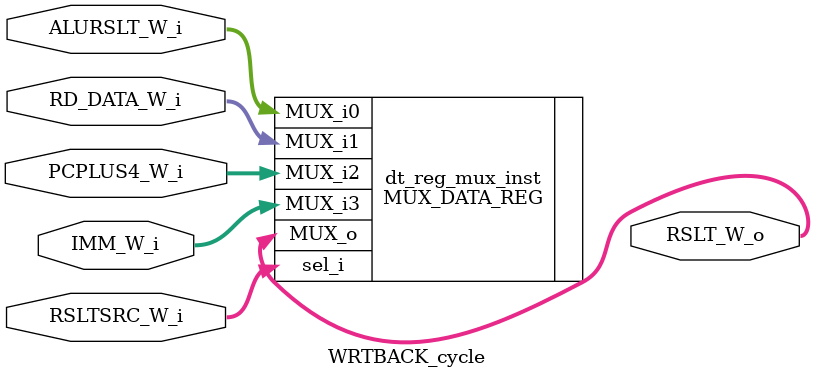
<source format=v>
`timescale 1ns / 1ps


module WRTBACK_cycle(
                output [31:0] RSLT_W_o,
                
                input  [1:0]  RSLTSRC_W_i,
                input  [31:0] RD_DATA_W_i,
                input  [31:0] ALURSLT_W_i,
                input  [31:0] IMM_W_i,
                input  [31:0] PCPLUS4_W_i
    );
    
    
             MUX_DATA_REG dt_reg_mux_inst(
                        .MUX_i0(ALURSLT_W_i),
                        .MUX_i1(RD_DATA_W_i),
                        .MUX_i2(PCPLUS4_W_i),
                        .MUX_i3(IMM_W_i),
                        .sel_i(RSLTSRC_W_i),
                        .MUX_o(RSLT_W_o)
    );
    
endmodule

</source>
